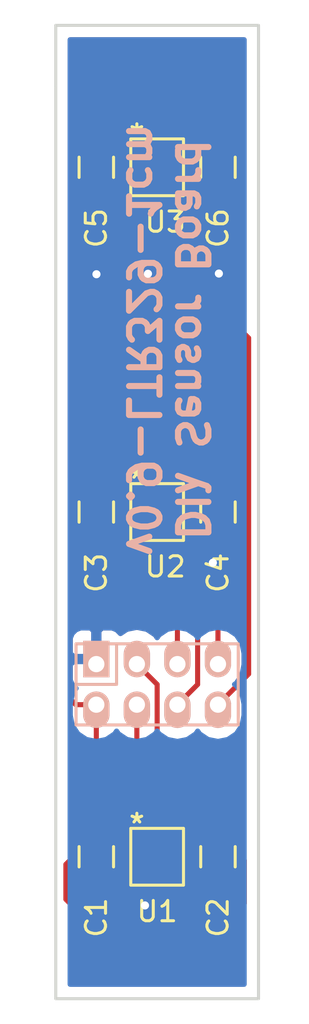
<source format=kicad_pcb>
(kicad_pcb (version 4) (host pcbnew "(2015-08-06 BZR 6060)-product")

  (general
    (links 24)
    (no_connects 0)
    (area 159.924999 61.924999 170.075001 110.075001)
    (thickness 1.6)
    (drawings 7)
    (tracks 84)
    (zones 0)
    (modules 10)
    (nets 9)
  )

  (page A4)
  (layers
    (0 F.Cu signal hide)
    (31 B.Cu signal)
    (32 B.Adhes user)
    (33 F.Adhes user)
    (34 B.Paste user)
    (35 F.Paste user)
    (36 B.SilkS user)
    (37 F.SilkS user)
    (38 B.Mask user)
    (39 F.Mask user)
    (40 Dwgs.User user)
    (41 Cmts.User user)
    (42 Eco1.User user)
    (43 Eco2.User user)
    (44 Edge.Cuts user)
    (45 Margin user)
    (46 B.CrtYd user)
    (47 F.CrtYd user)
    (48 B.Fab user)
    (49 F.Fab user)
  )

  (setup
    (last_trace_width 0.25)
    (trace_clearance 0.2)
    (zone_clearance 0.508)
    (zone_45_only no)
    (trace_min 0.2)
    (segment_width 0.2)
    (edge_width 0.15)
    (via_size 0.6)
    (via_drill 0.4)
    (via_min_size 0.4)
    (via_min_drill 0.3)
    (uvia_size 0.3)
    (uvia_drill 0.1)
    (uvias_allowed no)
    (uvia_min_size 0.2)
    (uvia_min_drill 0.1)
    (pcb_text_width 0.3)
    (pcb_text_size 1.5 1.5)
    (mod_edge_width 0.15)
    (mod_text_size 1 1)
    (mod_text_width 0.15)
    (pad_size 1.524 1.524)
    (pad_drill 0.762)
    (pad_to_mask_clearance 0.2)
    (aux_axis_origin 0 0)
    (visible_elements FFFFFF7F)
    (pcbplotparams
      (layerselection 0x00030_80000001)
      (usegerberextensions false)
      (excludeedgelayer true)
      (linewidth 0.100000)
      (plotframeref false)
      (viasonmask false)
      (mode 1)
      (useauxorigin false)
      (hpglpennumber 1)
      (hpglpenspeed 20)
      (hpglpendiameter 15)
      (hpglpenoverlay 2)
      (psnegative false)
      (psa4output false)
      (plotreference true)
      (plotvalue true)
      (plotinvisibletext false)
      (padsonsilk false)
      (subtractmaskfromsilk false)
      (outputformat 1)
      (mirror false)
      (drillshape 1)
      (scaleselection 1)
      (outputdirectory ""))
  )

  (net 0 "")
  (net 1 +3V3)
  (net 2 GND)
  (net 3 SD0)
  (net 4 SC0)
  (net 5 SD1)
  (net 6 SC1)
  (net 7 SD2)
  (net 8 SC2)

  (net_class Default "This is the default net class."
    (clearance 0.2)
    (trace_width 0.25)
    (via_dia 0.6)
    (via_drill 0.4)
    (uvia_dia 0.3)
    (uvia_drill 0.1)
    (add_net +3V3)
    (add_net SC0)
    (add_net SC1)
    (add_net SC2)
    (add_net SD0)
    (add_net SD1)
    (add_net SD2)
  )

  (net_class Power ""
    (clearance 0.2)
    (trace_width 0.5)
    (via_dia 0.6)
    (via_drill 0.4)
    (uvia_dia 0.3)
    (uvia_drill 0.1)
    (add_net GND)
  )

  (module Capacitors_SMD:C_0805 (layer F.Cu) (tedit 5415D6EA) (tstamp 55C99EF8)
    (at 162 103 270)
    (descr "Capacitor SMD 0805, reflow soldering, AVX (see smccp.pdf)")
    (tags "capacitor 0805")
    (path /55C99C5B)
    (attr smd)
    (fp_text reference C1 (at 3 0 270) (layer F.SilkS)
      (effects (font (size 1 1) (thickness 0.15)))
    )
    (fp_text value C (at 0 2.1 270) (layer F.Fab)
      (effects (font (size 1 1) (thickness 0.15)))
    )
    (fp_line (start -1.8 -1) (end 1.8 -1) (layer F.CrtYd) (width 0.05))
    (fp_line (start -1.8 1) (end 1.8 1) (layer F.CrtYd) (width 0.05))
    (fp_line (start -1.8 -1) (end -1.8 1) (layer F.CrtYd) (width 0.05))
    (fp_line (start 1.8 -1) (end 1.8 1) (layer F.CrtYd) (width 0.05))
    (fp_line (start 0.5 -0.85) (end -0.5 -0.85) (layer F.SilkS) (width 0.15))
    (fp_line (start -0.5 0.85) (end 0.5 0.85) (layer F.SilkS) (width 0.15))
    (pad 1 smd rect (at -1 0 270) (size 1 1.25) (layers F.Cu F.Paste F.Mask)
      (net 1 +3V3))
    (pad 2 smd rect (at 1 0 270) (size 1 1.25) (layers F.Cu F.Paste F.Mask)
      (net 2 GND))
    (model Capacitors_SMD.3dshapes/C_0805.wrl
      (at (xyz 0 0 0))
      (scale (xyz 1 1 1))
      (rotate (xyz 0 0 0))
    )
  )

  (module Capacitors_SMD:C_0805 (layer F.Cu) (tedit 5415D6EA) (tstamp 55C99F04)
    (at 168 103 270)
    (descr "Capacitor SMD 0805, reflow soldering, AVX (see smccp.pdf)")
    (tags "capacitor 0805")
    (path /55C9A4E8)
    (attr smd)
    (fp_text reference C2 (at 3 0 270) (layer F.SilkS)
      (effects (font (size 1 1) (thickness 0.15)))
    )
    (fp_text value C (at 0 2.1 270) (layer F.Fab)
      (effects (font (size 1 1) (thickness 0.15)))
    )
    (fp_line (start -1.8 -1) (end 1.8 -1) (layer F.CrtYd) (width 0.05))
    (fp_line (start -1.8 1) (end 1.8 1) (layer F.CrtYd) (width 0.05))
    (fp_line (start -1.8 -1) (end -1.8 1) (layer F.CrtYd) (width 0.05))
    (fp_line (start 1.8 -1) (end 1.8 1) (layer F.CrtYd) (width 0.05))
    (fp_line (start 0.5 -0.85) (end -0.5 -0.85) (layer F.SilkS) (width 0.15))
    (fp_line (start -0.5 0.85) (end 0.5 0.85) (layer F.SilkS) (width 0.15))
    (pad 1 smd rect (at -1 0 270) (size 1 1.25) (layers F.Cu F.Paste F.Mask)
      (net 1 +3V3))
    (pad 2 smd rect (at 1 0 270) (size 1 1.25) (layers F.Cu F.Paste F.Mask)
      (net 2 GND))
    (model Capacitors_SMD.3dshapes/C_0805.wrl
      (at (xyz 0 0 0))
      (scale (xyz 1 1 1))
      (rotate (xyz 0 0 0))
    )
  )

  (module Capacitors_SMD:C_0805 (layer F.Cu) (tedit 5415D6EA) (tstamp 55C99F10)
    (at 162 86 270)
    (descr "Capacitor SMD 0805, reflow soldering, AVX (see smccp.pdf)")
    (tags "capacitor 0805")
    (path /55C9A511)
    (attr smd)
    (fp_text reference C3 (at 3 0 270) (layer F.SilkS)
      (effects (font (size 1 1) (thickness 0.15)))
    )
    (fp_text value C (at 0 2.1 270) (layer F.Fab)
      (effects (font (size 1 1) (thickness 0.15)))
    )
    (fp_line (start -1.8 -1) (end 1.8 -1) (layer F.CrtYd) (width 0.05))
    (fp_line (start -1.8 1) (end 1.8 1) (layer F.CrtYd) (width 0.05))
    (fp_line (start -1.8 -1) (end -1.8 1) (layer F.CrtYd) (width 0.05))
    (fp_line (start 1.8 -1) (end 1.8 1) (layer F.CrtYd) (width 0.05))
    (fp_line (start 0.5 -0.85) (end -0.5 -0.85) (layer F.SilkS) (width 0.15))
    (fp_line (start -0.5 0.85) (end 0.5 0.85) (layer F.SilkS) (width 0.15))
    (pad 1 smd rect (at -1 0 270) (size 1 1.25) (layers F.Cu F.Paste F.Mask)
      (net 1 +3V3))
    (pad 2 smd rect (at 1 0 270) (size 1 1.25) (layers F.Cu F.Paste F.Mask)
      (net 2 GND))
    (model Capacitors_SMD.3dshapes/C_0805.wrl
      (at (xyz 0 0 0))
      (scale (xyz 1 1 1))
      (rotate (xyz 0 0 0))
    )
  )

  (module Capacitors_SMD:C_0805 (layer F.Cu) (tedit 5415D6EA) (tstamp 55C99F1C)
    (at 168 86 270)
    (descr "Capacitor SMD 0805, reflow soldering, AVX (see smccp.pdf)")
    (tags "capacitor 0805")
    (path /55C9A53B)
    (attr smd)
    (fp_text reference C4 (at 3 0 270) (layer F.SilkS)
      (effects (font (size 1 1) (thickness 0.15)))
    )
    (fp_text value C (at 0 2.1 270) (layer F.Fab)
      (effects (font (size 1 1) (thickness 0.15)))
    )
    (fp_line (start -1.8 -1) (end 1.8 -1) (layer F.CrtYd) (width 0.05))
    (fp_line (start -1.8 1) (end 1.8 1) (layer F.CrtYd) (width 0.05))
    (fp_line (start -1.8 -1) (end -1.8 1) (layer F.CrtYd) (width 0.05))
    (fp_line (start 1.8 -1) (end 1.8 1) (layer F.CrtYd) (width 0.05))
    (fp_line (start 0.5 -0.85) (end -0.5 -0.85) (layer F.SilkS) (width 0.15))
    (fp_line (start -0.5 0.85) (end 0.5 0.85) (layer F.SilkS) (width 0.15))
    (pad 1 smd rect (at -1 0 270) (size 1 1.25) (layers F.Cu F.Paste F.Mask)
      (net 1 +3V3))
    (pad 2 smd rect (at 1 0 270) (size 1 1.25) (layers F.Cu F.Paste F.Mask)
      (net 2 GND))
    (model Capacitors_SMD.3dshapes/C_0805.wrl
      (at (xyz 0 0 0))
      (scale (xyz 1 1 1))
      (rotate (xyz 0 0 0))
    )
  )

  (module Capacitors_SMD:C_0805 (layer F.Cu) (tedit 5415D6EA) (tstamp 55C99F28)
    (at 162 69 270)
    (descr "Capacitor SMD 0805, reflow soldering, AVX (see smccp.pdf)")
    (tags "capacitor 0805")
    (path /55C9A564)
    (attr smd)
    (fp_text reference C5 (at 3 0 270) (layer F.SilkS)
      (effects (font (size 1 1) (thickness 0.15)))
    )
    (fp_text value C (at 0 2.1 270) (layer F.Fab)
      (effects (font (size 1 1) (thickness 0.15)))
    )
    (fp_line (start -1.8 -1) (end 1.8 -1) (layer F.CrtYd) (width 0.05))
    (fp_line (start -1.8 1) (end 1.8 1) (layer F.CrtYd) (width 0.05))
    (fp_line (start -1.8 -1) (end -1.8 1) (layer F.CrtYd) (width 0.05))
    (fp_line (start 1.8 -1) (end 1.8 1) (layer F.CrtYd) (width 0.05))
    (fp_line (start 0.5 -0.85) (end -0.5 -0.85) (layer F.SilkS) (width 0.15))
    (fp_line (start -0.5 0.85) (end 0.5 0.85) (layer F.SilkS) (width 0.15))
    (pad 1 smd rect (at -1 0 270) (size 1 1.25) (layers F.Cu F.Paste F.Mask)
      (net 1 +3V3))
    (pad 2 smd rect (at 1 0 270) (size 1 1.25) (layers F.Cu F.Paste F.Mask)
      (net 2 GND))
    (model Capacitors_SMD.3dshapes/C_0805.wrl
      (at (xyz 0 0 0))
      (scale (xyz 1 1 1))
      (rotate (xyz 0 0 0))
    )
  )

  (module Capacitors_SMD:C_0805 (layer F.Cu) (tedit 5415D6EA) (tstamp 55C99F34)
    (at 168 69 270)
    (descr "Capacitor SMD 0805, reflow soldering, AVX (see smccp.pdf)")
    (tags "capacitor 0805")
    (path /55C9A594)
    (attr smd)
    (fp_text reference C6 (at 3 0 270) (layer F.SilkS)
      (effects (font (size 1 1) (thickness 0.15)))
    )
    (fp_text value C (at 0 2.1 270) (layer F.Fab)
      (effects (font (size 1 1) (thickness 0.15)))
    )
    (fp_line (start -1.8 -1) (end 1.8 -1) (layer F.CrtYd) (width 0.05))
    (fp_line (start -1.8 1) (end 1.8 1) (layer F.CrtYd) (width 0.05))
    (fp_line (start -1.8 -1) (end -1.8 1) (layer F.CrtYd) (width 0.05))
    (fp_line (start 1.8 -1) (end 1.8 1) (layer F.CrtYd) (width 0.05))
    (fp_line (start 0.5 -0.85) (end -0.5 -0.85) (layer F.SilkS) (width 0.15))
    (fp_line (start -0.5 0.85) (end 0.5 0.85) (layer F.SilkS) (width 0.15))
    (pad 1 smd rect (at -1 0 270) (size 1 1.25) (layers F.Cu F.Paste F.Mask)
      (net 1 +3V3))
    (pad 2 smd rect (at 1 0 270) (size 1 1.25) (layers F.Cu F.Paste F.Mask)
      (net 2 GND))
    (model Capacitors_SMD.3dshapes/C_0805.wrl
      (at (xyz 0 0 0))
      (scale (xyz 1 1 1))
      (rotate (xyz 0 0 0))
    )
  )

  (module Pin_Headers:Pin_Header_Straight_2x04_Pitch2.00mm (layer B.Cu) (tedit 0) (tstamp 55C99F46)
    (at 165 94.5)
    (descr "Pin Header 2mm 4x2pin")
    (tags "CONN DEV")
    (path /55C9BE60)
    (fp_text reference P1 (at 0 5) (layer B.SilkS) hide
      (effects (font (size 1 1) (thickness 0.15)) (justify mirror))
    )
    (fp_text value CONN_02X04 (at 0 3) (layer B.Fab)
      (effects (font (size 1 1) (thickness 0.15)) (justify mirror))
    )
    (fp_line (start -4 0) (end -2 0) (layer B.SilkS) (width 0.15))
    (fp_line (start 4 2) (end 4 -2) (layer B.SilkS) (width 0.15))
    (fp_line (start 4 -2) (end -4 -2) (layer B.SilkS) (width 0.15))
    (fp_line (start -4 2) (end 4 2) (layer B.SilkS) (width 0.15))
    (fp_line (start -4 -2) (end -4 2) (layer B.SilkS) (width 0.15))
    (fp_line (start -2 0) (end -2 -2) (layer B.SilkS) (width 0.15))
    (pad 1 thru_hole rect (at -3 -1) (size 1.3 1.8) (drill 0.8 (offset 0 -0.25)) (layers *.Cu *.Mask B.SilkS)
      (net 2 GND))
    (pad 2 thru_hole oval (at -3 1) (size 1.3 1.8) (drill 0.8 (offset 0 0.25)) (layers *.Cu *.Mask B.SilkS)
      (net 1 +3V3))
    (pad 3 thru_hole oval (at -1 -1) (size 1.3 1.8) (drill 0.8 (offset 0 -0.25)) (layers *.Cu *.Mask B.SilkS)
      (net 3 SD0))
    (pad 4 thru_hole oval (at -1 1) (size 1.3 1.8) (drill 0.8 (offset 0 0.25)) (layers *.Cu *.Mask B.SilkS)
      (net 4 SC0))
    (pad 5 thru_hole oval (at 1 -1) (size 1.3 1.8) (drill 0.8 (offset 0 -0.25)) (layers *.Cu *.Mask B.SilkS)
      (net 5 SD1))
    (pad 6 thru_hole oval (at 1 1) (size 1.3 1.8) (drill 0.8 (offset 0 0.25)) (layers *.Cu *.Mask B.SilkS)
      (net 6 SC1))
    (pad 7 thru_hole oval (at 3 -1) (size 1.3 1.8) (drill 0.8 (offset 0 -0.25)) (layers *.Cu *.Mask B.SilkS)
      (net 7 SD2))
    (pad 8 thru_hole oval (at 3 1) (size 1.3 1.8) (drill 0.8 (offset 0 0.25)) (layers *.Cu *.Mask B.SilkS)
      (net 8 SC2))
    (model Pin_Headers.3dshapes/Pin_Header_Straight_2x04_Pitch2.00mm.wrl
      (at (xyz 0 0 0))
      (scale (xyz 1 1 1))
      (rotate (xyz 0 0 0))
    )
  )

  (module Footprints:Liteon_ChipLED (layer F.Cu) (tedit 55C99DC3) (tstamp 55C99F53)
    (at 165 103)
    (path /55C99935)
    (fp_text reference U1 (at 0 2.7) (layer F.SilkS)
      (effects (font (size 1 1) (thickness 0.15)))
    )
    (fp_text value LTR-329ALS-01 (at -0.6 -4.3) (layer F.Fab)
      (effects (font (size 1 1) (thickness 0.15)))
    )
    (fp_text user * (at -1 -1.6) (layer F.SilkS)
      (effects (font (size 1 1) (thickness 0.15)))
    )
    (fp_line (start -1.3 1.4) (end -1.3 -1.4) (layer F.SilkS) (width 0.15))
    (fp_line (start 1.3 1.4) (end -1.3 1.4) (layer F.SilkS) (width 0.15))
    (fp_line (start 1.3 -1.4) (end 1.3 1.4) (layer F.SilkS) (width 0.15))
    (fp_line (start -1.3 -1.4) (end 1.3 -1.4) (layer F.SilkS) (width 0.15))
    (pad 1 smd rect (at -0.6 -0.675) (size 0.7 0.75) (layers F.Cu F.Paste F.Mask)
      (net 1 +3V3))
    (pad 2 smd rect (at -0.6 0.675) (size 0.7 0.75) (layers F.Cu F.Paste F.Mask)
      (net 2 GND))
    (pad 3 smd rect (at 0.6 0.675) (size 0.7 0.75) (layers F.Cu F.Paste F.Mask)
      (net 3 SD0))
    (pad 4 smd rect (at 0.6 -0.675) (size 0.7 0.75) (layers F.Cu F.Paste F.Mask)
      (net 4 SC0))
  )

  (module Footprints:Liteon_ChipLED (layer F.Cu) (tedit 55C99DC3) (tstamp 55C99F60)
    (at 165 86)
    (path /55C999C0)
    (fp_text reference U2 (at 0.4 2.7) (layer F.SilkS)
      (effects (font (size 1 1) (thickness 0.15)))
    )
    (fp_text value LTR-329ALS-01 (at -0.6 -4.3) (layer F.Fab)
      (effects (font (size 1 1) (thickness 0.15)))
    )
    (fp_text user * (at -1 -1.6) (layer F.SilkS)
      (effects (font (size 1 1) (thickness 0.15)))
    )
    (fp_line (start -1.3 1.4) (end -1.3 -1.4) (layer F.SilkS) (width 0.15))
    (fp_line (start 1.3 1.4) (end -1.3 1.4) (layer F.SilkS) (width 0.15))
    (fp_line (start 1.3 -1.4) (end 1.3 1.4) (layer F.SilkS) (width 0.15))
    (fp_line (start -1.3 -1.4) (end 1.3 -1.4) (layer F.SilkS) (width 0.15))
    (pad 1 smd rect (at -0.6 -0.675) (size 0.7 0.75) (layers F.Cu F.Paste F.Mask)
      (net 1 +3V3))
    (pad 2 smd rect (at -0.6 0.675) (size 0.7 0.75) (layers F.Cu F.Paste F.Mask)
      (net 2 GND))
    (pad 3 smd rect (at 0.6 0.675) (size 0.7 0.75) (layers F.Cu F.Paste F.Mask)
      (net 5 SD1))
    (pad 4 smd rect (at 0.6 -0.675) (size 0.7 0.75) (layers F.Cu F.Paste F.Mask)
      (net 6 SC1))
  )

  (module Footprints:Liteon_ChipLED (layer F.Cu) (tedit 55C99DC3) (tstamp 55C99F6D)
    (at 165 69)
    (path /55C999F7)
    (fp_text reference U3 (at 0.4 2.7) (layer F.SilkS)
      (effects (font (size 1 1) (thickness 0.15)))
    )
    (fp_text value LTR-329ALS-01 (at -0.6 -4.3) (layer F.Fab)
      (effects (font (size 1 1) (thickness 0.15)))
    )
    (fp_text user * (at -1 -1.6) (layer F.SilkS)
      (effects (font (size 1 1) (thickness 0.15)))
    )
    (fp_line (start -1.3 1.4) (end -1.3 -1.4) (layer F.SilkS) (width 0.15))
    (fp_line (start 1.3 1.4) (end -1.3 1.4) (layer F.SilkS) (width 0.15))
    (fp_line (start 1.3 -1.4) (end 1.3 1.4) (layer F.SilkS) (width 0.15))
    (fp_line (start -1.3 -1.4) (end 1.3 -1.4) (layer F.SilkS) (width 0.15))
    (pad 1 smd rect (at -0.6 -0.675) (size 0.7 0.75) (layers F.Cu F.Paste F.Mask)
      (net 1 +3V3))
    (pad 2 smd rect (at -0.6 0.675) (size 0.7 0.75) (layers F.Cu F.Paste F.Mask)
      (net 2 GND))
    (pad 3 smd rect (at 0.6 0.675) (size 0.7 0.75) (layers F.Cu F.Paste F.Mask)
      (net 7 SD2))
    (pad 4 smd rect (at 0.6 -0.675) (size 0.7 0.75) (layers F.Cu F.Paste F.Mask)
      (net 8 SC2))
  )

  (gr_text "DIλ Sensor Board\nv0.9-LTR329-1cm" (at 165.5 77.5 270) (layer B.SilkS)
    (effects (font (size 1.5 1.5) (thickness 0.3)) (justify mirror))
  )
  (gr_line (start 170 62) (end 170 65) (layer Edge.Cuts) (width 0.15))
  (gr_line (start 160 62) (end 170 62) (layer Edge.Cuts) (width 0.15))
  (gr_line (start 160 65) (end 160 62) (layer Edge.Cuts) (width 0.15))
  (gr_line (start 160 110) (end 160 65) (layer Edge.Cuts) (width 0.15))
  (gr_line (start 170 110) (end 170 65) (layer Edge.Cuts) (width 0.15))
  (gr_line (start 160 110) (end 170 110) (layer Edge.Cuts) (width 0.15))

  (segment (start 162 95.5) (end 160.988445 95.5) (width 0.25) (layer F.Cu) (net 1))
  (segment (start 160.988445 95.5) (end 160.720146 95.231701) (width 0.25) (layer F.Cu) (net 1))
  (segment (start 160.720146 95.231701) (end 160.720146 85.276544) (width 0.25) (layer F.Cu) (net 1))
  (segment (start 160.720146 85.276544) (end 160.99669 85) (width 0.25) (layer F.Cu) (net 1))
  (segment (start 160.99669 85) (end 162 85) (width 0.25) (layer F.Cu) (net 1))
  (segment (start 163.15 68.339157) (end 163.164157 68.325) (width 0.25) (layer F.Cu) (net 1))
  (segment (start 163.164157 68.325) (end 164.4 68.325) (width 0.25) (layer F.Cu) (net 1))
  (segment (start 162 68) (end 162.875 68) (width 0.25) (layer F.Cu) (net 1))
  (segment (start 162.875 68) (end 163.15 68.275) (width 0.25) (layer F.Cu) (net 1))
  (segment (start 163.15 68.275) (end 163.15 68.339157) (width 0.25) (layer F.Cu) (net 1))
  (segment (start 162 68) (end 162 67.131811) (width 0.25) (layer F.Cu) (net 1))
  (segment (start 162.731811 66.4) (end 167.15 66.4) (width 0.25) (layer F.Cu) (net 1))
  (segment (start 162 67.131811) (end 162.731811 66.4) (width 0.25) (layer F.Cu) (net 1))
  (segment (start 167.15 66.4) (end 168 67.25) (width 0.25) (layer F.Cu) (net 1))
  (segment (start 168 67.25) (end 168 68) (width 0.25) (layer F.Cu) (net 1))
  (segment (start 163.15 83.1) (end 163.15 68.339157) (width 0.25) (layer F.Cu) (net 1))
  (segment (start 167.65122 106.94878) (end 162.34878 106.94878) (width 0.25) (layer F.Cu) (net 1))
  (segment (start 168 102) (end 168.125 102) (width 0.25) (layer F.Cu) (net 1))
  (segment (start 168.125 102) (end 169.3 103.175) (width 0.25) (layer F.Cu) (net 1))
  (segment (start 169.3 103.175) (end 169.3 105.3) (width 0.25) (layer F.Cu) (net 1))
  (segment (start 169.3 105.3) (end 167.65122 106.94878) (width 0.25) (layer F.Cu) (net 1))
  (segment (start 160.5 105.1) (end 160.5 103.375) (width 0.25) (layer F.Cu) (net 1))
  (segment (start 162.34878 106.94878) (end 160.5 105.1) (width 0.25) (layer F.Cu) (net 1))
  (segment (start 160.5 103.375) (end 161.875 102) (width 0.25) (layer F.Cu) (net 1))
  (segment (start 161.875 102) (end 162 102) (width 0.25) (layer F.Cu) (net 1))
  (segment (start 162 85) (end 162 84.25) (width 0.25) (layer F.Cu) (net 1))
  (segment (start 162 84.25) (end 163.15 83.1) (width 0.25) (layer F.Cu) (net 1))
  (segment (start 163.15 83.1) (end 166.928935 83.1) (width 0.25) (layer F.Cu) (net 1))
  (segment (start 166.928935 83.1) (end 168 84.171065) (width 0.25) (layer F.Cu) (net 1))
  (segment (start 168 84.171065) (end 168 85) (width 0.25) (layer F.Cu) (net 1))
  (segment (start 163.1 85) (end 163.425 85.325) (width 0.25) (layer F.Cu) (net 1))
  (segment (start 163.425 85.325) (end 164.4 85.325) (width 0.25) (layer F.Cu) (net 1))
  (segment (start 162 85) (end 163.1 85) (width 0.25) (layer F.Cu) (net 1))
  (segment (start 162 95.5) (end 162 102) (width 0.25) (layer F.Cu) (net 1))
  (segment (start 162 102) (end 163.16079 102) (width 0.25) (layer F.Cu) (net 1))
  (segment (start 163.16079 102) (end 163.454804 102.294014) (width 0.25) (layer F.Cu) (net 1))
  (segment (start 163.454804 102.294014) (end 164.369014 102.294014) (width 0.25) (layer F.Cu) (net 1))
  (segment (start 164.369014 102.294014) (end 164.4 102.325) (width 0.25) (layer F.Cu) (net 1))
  (via (at 164.4 105.4) (size 0.6) (drill 0.4) (layers F.Cu B.Cu) (net 2))
  (segment (start 164.4 103.675) (end 164.4 105.4) (width 0.5) (layer F.Cu) (net 2))
  (segment (start 168.035113 74.25006) (end 168.045092 74.240081) (width 0.5) (layer B.Cu) (net 2))
  (segment (start 164.547176 74.25006) (end 168.035113 74.25006) (width 0.5) (layer B.Cu) (net 2))
  (via (at 168.045092 74.240081) (size 0.6) (drill 0.4) (layers F.Cu B.Cu) (net 2))
  (segment (start 162.007244 74.697844) (end 162.007244 74.27358) (width 0.5) (layer B.Cu) (net 2))
  (segment (start 162.007244 88.959172) (end 162.007244 74.697844) (width 0.5) (layer B.Cu) (net 2))
  (segment (start 162 88.966416) (end 162.007244 88.959172) (width 0.5) (layer B.Cu) (net 2))
  (segment (start 164.547176 74.25006) (end 162.030764 74.25006) (width 0.5) (layer B.Cu) (net 2))
  (segment (start 162.030764 74.25006) (end 162.007244 74.27358) (width 0.5) (layer B.Cu) (net 2))
  (via (at 162.007244 74.27358) (size 0.6) (drill 0.4) (layers F.Cu B.Cu) (net 2))
  (via (at 164.547176 74.25006) (size 0.6) (drill 0.4) (layers F.Cu B.Cu) (net 2))
  (via (at 167.75 88.5) (size 0.6) (drill 0.4) (layers F.Cu B.Cu) (net 2))
  (segment (start 167.283584 88.966416) (end 167.75 88.5) (width 0.5) (layer B.Cu) (net 2))
  (segment (start 162 93.5) (end 162 88.966416) (width 0.5) (layer B.Cu) (net 2))
  (segment (start 162 88.966416) (end 167.283584 88.966416) (width 0.5) (layer B.Cu) (net 2))
  (segment (start 164 93.5) (end 165.000133 94.500133) (width 0.25) (layer F.Cu) (net 3))
  (segment (start 165.000133 94.500133) (end 165.000133 99.803797) (width 0.25) (layer F.Cu) (net 3))
  (segment (start 166.733685 101.537349) (end 166.733685 103.234112) (width 0.25) (layer F.Cu) (net 3))
  (segment (start 166.733685 103.234112) (end 166.292797 103.675) (width 0.25) (layer F.Cu) (net 3))
  (segment (start 165.000133 99.803797) (end 166.733685 101.537349) (width 0.25) (layer F.Cu) (net 3))
  (segment (start 166.292797 103.675) (end 165.6 103.675) (width 0.25) (layer F.Cu) (net 3))
  (segment (start 164 95.5) (end 164 99.846944) (width 0.25) (layer F.Cu) (net 4))
  (segment (start 164 99.846944) (end 165.6 101.446944) (width 0.25) (layer F.Cu) (net 4))
  (segment (start 165.6 101.446944) (end 165.6 102.325) (width 0.25) (layer F.Cu) (net 4))
  (segment (start 166 89.1) (end 165.6 88.7) (width 0.25) (layer F.Cu) (net 5))
  (segment (start 165.6 88.7) (end 165.6 86.675) (width 0.25) (layer F.Cu) (net 5))
  (segment (start 166 93.5) (end 166 89.1) (width 0.25) (layer F.Cu) (net 5))
  (segment (start 166 95.5) (end 166.996907 94.503093) (width 0.25) (layer F.Cu) (net 6))
  (segment (start 166.996907 94.503093) (end 166.996907 91.896767) (width 0.25) (layer F.Cu) (net 6))
  (segment (start 166.996907 91.896767) (end 166.628016 91.527876) (width 0.25) (layer F.Cu) (net 6))
  (segment (start 166.628016 91.527876) (end 166.628016 85.514372) (width 0.25) (layer F.Cu) (net 6))
  (segment (start 166.628016 85.514372) (end 166.438644 85.325) (width 0.25) (layer F.Cu) (net 6))
  (segment (start 166.438644 85.325) (end 165.6 85.325) (width 0.25) (layer F.Cu) (net 6))
  (segment (start 168 93.5) (end 168 90.16609) (width 0.25) (layer F.Cu) (net 7))
  (segment (start 168 90.16609) (end 169.063786 89.102304) (width 0.25) (layer F.Cu) (net 7))
  (segment (start 169.063786 89.102304) (end 169.063786 79.115633) (width 0.25) (layer F.Cu) (net 7))
  (segment (start 169.063786 79.115633) (end 165.6 75.651847) (width 0.25) (layer F.Cu) (net 7))
  (segment (start 165.6 75.651847) (end 165.6 69.675) (width 0.25) (layer F.Cu) (net 7))
  (segment (start 165.6 68.325) (end 166.293216 68.325) (width 0.25) (layer F.Cu) (net 8))
  (segment (start 166.293216 68.325) (end 166.672392 68.704176) (width 0.25) (layer F.Cu) (net 8))
  (segment (start 166.672392 68.704176) (end 166.661305 68.715263) (width 0.25) (layer F.Cu) (net 8))
  (segment (start 166.661305 68.715263) (end 166.661305 74.567033) (width 0.25) (layer F.Cu) (net 8))
  (segment (start 166.661305 74.567033) (end 169.513795 77.419523) (width 0.25) (layer F.Cu) (net 8))
  (segment (start 169.513795 77.419523) (end 169.513795 93.986205) (width 0.25) (layer F.Cu) (net 8))
  (segment (start 169.513795 93.986205) (end 168 95.5) (width 0.25) (layer F.Cu) (net 8))

  (zone (net 2) (net_name GND) (layer F.Cu) (tstamp 0) (hatch edge 0.508)
    (connect_pads (clearance 0.508))
    (min_thickness 0.254)
    (fill yes (arc_segments 16) (thermal_gap 0.508) (thermal_bridge_width 0.508))
    (polygon
      (pts
        (xy 158.5 110.7) (xy 172 110.5) (xy 171.4 61.1) (xy 158.4 61.3) (xy 158.6 110.6)
      )
    )
    (filled_polygon
      (pts
        (xy 163.163965 102.996162) (xy 163.454804 103.054014) (xy 163.464571 103.054014) (xy 163.415 103.17369) (xy 163.415 103.38925)
        (xy 163.57375 103.548) (xy 164.273 103.548) (xy 164.273 103.528) (xy 164.527 103.528) (xy 164.527 103.548)
        (xy 164.547 103.548) (xy 164.547 103.802) (xy 164.527 103.802) (xy 164.527 104.52625) (xy 164.68575 104.685)
        (xy 164.876309 104.685) (xy 164.987283 104.639033) (xy 164.99811 104.646431) (xy 165.25 104.69744) (xy 165.95 104.69744)
        (xy 166.185317 104.653162) (xy 166.401441 104.51409) (xy 166.481069 104.39755) (xy 166.583636 104.377148) (xy 166.779421 104.246329)
        (xy 166.74 104.28575) (xy 166.74 104.626309) (xy 166.836673 104.859698) (xy 167.015301 105.038327) (xy 167.24869 105.135)
        (xy 167.71425 105.135) (xy 167.873 104.97625) (xy 167.873 104.127) (xy 167.853 104.127) (xy 167.853 103.873)
        (xy 167.873 103.873) (xy 167.873 103.853) (xy 168.127 103.853) (xy 168.127 103.873) (xy 168.147 103.873)
        (xy 168.147 104.127) (xy 168.127 104.127) (xy 168.127 104.97625) (xy 168.28575 105.135) (xy 168.390198 105.135)
        (xy 167.336418 106.18878) (xy 162.663582 106.18878) (xy 161.609802 105.135) (xy 161.71425 105.135) (xy 161.873 104.97625)
        (xy 161.873 104.127) (xy 162.127 104.127) (xy 162.127 104.97625) (xy 162.28575 105.135) (xy 162.75131 105.135)
        (xy 162.984699 105.038327) (xy 163.163327 104.859698) (xy 163.26 104.626309) (xy 163.26 104.28575) (xy 163.10125 104.127)
        (xy 162.127 104.127) (xy 161.873 104.127) (xy 161.853 104.127) (xy 161.853 103.96075) (xy 163.415 103.96075)
        (xy 163.415 104.17631) (xy 163.511673 104.409699) (xy 163.690302 104.588327) (xy 163.923691 104.685) (xy 164.11425 104.685)
        (xy 164.273 104.52625) (xy 164.273 103.802) (xy 163.57375 103.802) (xy 163.415 103.96075) (xy 161.853 103.96075)
        (xy 161.853 103.873) (xy 161.873 103.873) (xy 161.873 103.853) (xy 162.127 103.853) (xy 162.127 103.873)
        (xy 163.10125 103.873) (xy 163.26 103.71425) (xy 163.26 103.373691) (xy 163.163327 103.140302) (xy 163.02209 102.999064)
        (xy 163.076441 102.96409) (xy 163.08883 102.945958)
      )
    )
    (filled_polygon
      (pts
        (xy 163.13416 86.027148) (xy 163.181397 86.036544) (xy 163.425 86.085) (xy 163.451737 86.085) (xy 163.415 86.17369)
        (xy 163.415 86.38925) (xy 163.57375 86.548) (xy 164.273 86.548) (xy 164.273 86.528) (xy 164.527 86.528)
        (xy 164.527 86.548) (xy 164.547 86.548) (xy 164.547 86.802) (xy 164.527 86.802) (xy 164.527 87.52625)
        (xy 164.68575 87.685) (xy 164.84 87.685) (xy 164.84 88.7) (xy 164.897852 88.990839) (xy 165.062599 89.237401)
        (xy 165.24 89.414802) (xy 165.24 91.961983) (xy 165.091368 92.061296) (xy 165 92.198038) (xy 164.908632 92.061296)
        (xy 164.491748 91.782743) (xy 164 91.684928) (xy 163.508252 91.782743) (xy 163.190341 91.995164) (xy 163.188327 91.990301)
        (xy 163.009698 91.811673) (xy 162.776309 91.715) (xy 162.28575 91.715) (xy 162.127 91.87375) (xy 162.127 93.123)
        (xy 162.147 93.123) (xy 162.147 93.377) (xy 162.127 93.377) (xy 162.127 93.397) (xy 161.873 93.397)
        (xy 161.873 93.377) (xy 161.853 93.377) (xy 161.853 93.123) (xy 161.873 93.123) (xy 161.873 91.87375)
        (xy 161.71425 91.715) (xy 161.480146 91.715) (xy 161.480146 88.135) (xy 161.71425 88.135) (xy 161.873 87.97625)
        (xy 161.873 87.127) (xy 162.127 87.127) (xy 162.127 87.97625) (xy 162.28575 88.135) (xy 162.75131 88.135)
        (xy 162.984699 88.038327) (xy 163.163327 87.859698) (xy 163.26 87.626309) (xy 163.26 87.28575) (xy 163.10125 87.127)
        (xy 162.127 87.127) (xy 161.873 87.127) (xy 161.853 87.127) (xy 161.853 86.96075) (xy 163.415 86.96075)
        (xy 163.415 87.17631) (xy 163.511673 87.409699) (xy 163.690302 87.588327) (xy 163.923691 87.685) (xy 164.11425 87.685)
        (xy 164.273 87.52625) (xy 164.273 86.802) (xy 163.57375 86.802) (xy 163.415 86.96075) (xy 161.853 86.96075)
        (xy 161.853 86.873) (xy 161.873 86.873) (xy 161.873 86.853) (xy 162.127 86.853) (xy 162.127 86.873)
        (xy 163.10125 86.873) (xy 163.26 86.71425) (xy 163.26 86.373691) (xy 163.163327 86.140302) (xy 163.02209 85.999064)
        (xy 163.057769 85.976105)
      )
    )
    (filled_polygon
      (pts
        (xy 168.127 86.873) (xy 168.147 86.873) (xy 168.147 87.127) (xy 168.127 87.127) (xy 168.127 87.97625)
        (xy 168.28575 88.135) (xy 168.303786 88.135) (xy 168.303786 88.787502) (xy 167.462599 89.628689) (xy 167.388016 89.740311)
        (xy 167.388016 88.135) (xy 167.71425 88.135) (xy 167.873 87.97625) (xy 167.873 87.127) (xy 167.853 87.127)
        (xy 167.853 86.873) (xy 167.873 86.873) (xy 167.873 86.853) (xy 168.127 86.853)
      )
    )
    (filled_polygon
      (pts
        (xy 169.29 76.120926) (xy 167.421305 74.252231) (xy 167.421305 71.135) (xy 167.71425 71.135) (xy 167.873 70.97625)
        (xy 167.873 70.127) (xy 168.127 70.127) (xy 168.127 70.97625) (xy 168.28575 71.135) (xy 168.75131 71.135)
        (xy 168.984699 71.038327) (xy 169.163327 70.859698) (xy 169.26 70.626309) (xy 169.26 70.28575) (xy 169.10125 70.127)
        (xy 168.127 70.127) (xy 167.873 70.127) (xy 167.853 70.127) (xy 167.853 69.873) (xy 167.873 69.873)
        (xy 167.873 69.853) (xy 168.127 69.853) (xy 168.127 69.873) (xy 169.10125 69.873) (xy 169.26 69.71425)
        (xy 169.26 69.373691) (xy 169.163327 69.140302) (xy 169.02209 68.999064) (xy 169.076441 68.96409) (xy 169.221431 68.75189)
        (xy 169.27244 68.5) (xy 169.27244 67.5) (xy 169.228162 67.264683) (xy 169.08909 67.048559) (xy 168.87689 66.903569)
        (xy 168.631846 66.853946) (xy 168.537401 66.712599) (xy 167.687401 65.862599) (xy 167.440839 65.697852) (xy 167.15 65.64)
        (xy 162.731811 65.64) (xy 162.440972 65.697852) (xy 162.19441 65.862599) (xy 161.462599 66.59441) (xy 161.297852 66.840972)
        (xy 161.292458 66.868091) (xy 161.139683 66.896838) (xy 160.923559 67.03591) (xy 160.778569 67.24811) (xy 160.72756 67.5)
        (xy 160.72756 68.5) (xy 160.771838 68.735317) (xy 160.91091 68.951441) (xy 160.979006 68.997969) (xy 160.836673 69.140302)
        (xy 160.74 69.373691) (xy 160.74 69.71425) (xy 160.89875 69.873) (xy 161.873 69.873) (xy 161.873 69.853)
        (xy 162.127 69.853) (xy 162.127 69.873) (xy 162.147 69.873) (xy 162.147 70.127) (xy 162.127 70.127)
        (xy 162.127 70.97625) (xy 162.28575 71.135) (xy 162.39 71.135) (xy 162.39 82.785198) (xy 161.462599 83.712599)
        (xy 161.368229 83.853834) (xy 161.139683 83.896838) (xy 160.923559 84.03591) (xy 160.778569 84.24811) (xy 160.771125 84.284868)
        (xy 160.71 84.297027) (xy 160.71 70.28575) (xy 160.74 70.28575) (xy 160.74 70.626309) (xy 160.836673 70.859698)
        (xy 161.015301 71.038327) (xy 161.24869 71.135) (xy 161.71425 71.135) (xy 161.873 70.97625) (xy 161.873 70.127)
        (xy 160.89875 70.127) (xy 160.74 70.28575) (xy 160.71 70.28575) (xy 160.71 62.71) (xy 169.29 62.71)
      )
    )
    (filled_polygon
      (pts
        (xy 164.527 69.548) (xy 164.547 69.548) (xy 164.547 69.802) (xy 164.527 69.802) (xy 164.527 70.52625)
        (xy 164.68575 70.685) (xy 164.84 70.685) (xy 164.84 75.651847) (xy 164.897852 75.942686) (xy 165.062599 76.189248)
        (xy 168.303786 79.430435) (xy 168.303786 83.400049) (xy 167.466336 82.562599) (xy 167.219774 82.397852) (xy 166.928935 82.34)
        (xy 163.91 82.34) (xy 163.91 70.679329) (xy 163.923691 70.685) (xy 164.11425 70.685) (xy 164.273 70.52625)
        (xy 164.273 69.802) (xy 164.253 69.802) (xy 164.253 69.548) (xy 164.273 69.548) (xy 164.273 69.528)
        (xy 164.527 69.528)
      )
    )
  )
  (zone (net 2) (net_name GND) (layer B.Cu) (tstamp 0) (hatch edge 0.508)
    (connect_pads (clearance 0.508))
    (min_thickness 0.254)
    (fill yes (arc_segments 16) (thermal_gap 0.508) (thermal_bridge_width 0.508))
    (polygon
      (pts
        (xy 157.25 60.75) (xy 171.5 61) (xy 172.5 111) (xy 158 111.25)
      )
    )
    (filled_polygon
      (pts
        (xy 169.29 109.29) (xy 160.71 109.29) (xy 160.71 93.53575) (xy 160.715 93.53575) (xy 160.715 94.27631)
        (xy 160.811673 94.509699) (xy 160.990302 94.688327) (xy 161.00298 94.693578) (xy 160.812815 94.97818) (xy 160.715 95.469928)
        (xy 160.715 96.030072) (xy 160.812815 96.52182) (xy 161.091368 96.938704) (xy 161.508252 97.217257) (xy 162 97.315072)
        (xy 162.491748 97.217257) (xy 162.908632 96.938704) (xy 163 96.801962) (xy 163.091368 96.938704) (xy 163.508252 97.217257)
        (xy 164 97.315072) (xy 164.491748 97.217257) (xy 164.908632 96.938704) (xy 165 96.801962) (xy 165.091368 96.938704)
        (xy 165.508252 97.217257) (xy 166 97.315072) (xy 166.491748 97.217257) (xy 166.908632 96.938704) (xy 167 96.801962)
        (xy 167.091368 96.938704) (xy 167.508252 97.217257) (xy 168 97.315072) (xy 168.491748 97.217257) (xy 168.908632 96.938704)
        (xy 169.187185 96.52182) (xy 169.285 96.030072) (xy 169.285 95.469928) (xy 169.187185 94.97818) (xy 168.908632 94.561296)
        (xy 168.816896 94.5) (xy 168.908632 94.438704) (xy 169.187185 94.02182) (xy 169.285 93.530072) (xy 169.285 92.969928)
        (xy 169.187185 92.47818) (xy 168.908632 92.061296) (xy 168.491748 91.782743) (xy 168 91.684928) (xy 167.508252 91.782743)
        (xy 167.091368 92.061296) (xy 167 92.198038) (xy 166.908632 92.061296) (xy 166.491748 91.782743) (xy 166 91.684928)
        (xy 165.508252 91.782743) (xy 165.091368 92.061296) (xy 165 92.198038) (xy 164.908632 92.061296) (xy 164.491748 91.782743)
        (xy 164 91.684928) (xy 163.508252 91.782743) (xy 163.190341 91.995164) (xy 163.188327 91.990301) (xy 163.009698 91.811673)
        (xy 162.776309 91.715) (xy 162.28575 91.715) (xy 162.127 91.87375) (xy 162.127 93.123) (xy 162.147 93.123)
        (xy 162.147 93.377) (xy 162.127 93.377) (xy 162.127 93.397) (xy 161.873 93.397) (xy 161.873 93.377)
        (xy 160.87375 93.377) (xy 160.715 93.53575) (xy 160.71 93.53575) (xy 160.71 92.22369) (xy 160.715 92.22369)
        (xy 160.715 92.96425) (xy 160.87375 93.123) (xy 161.873 93.123) (xy 161.873 91.87375) (xy 161.71425 91.715)
        (xy 161.223691 91.715) (xy 160.990302 91.811673) (xy 160.811673 91.990301) (xy 160.715 92.22369) (xy 160.71 92.22369)
        (xy 160.71 62.71) (xy 169.29 62.71)
      )
    )
  )
)

</source>
